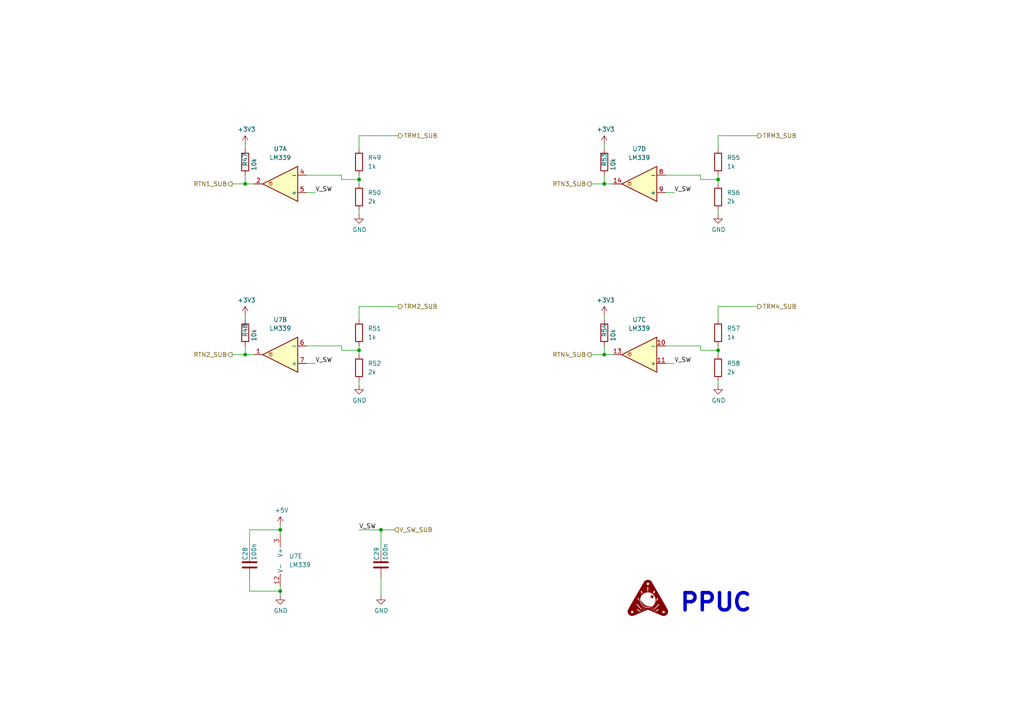
<source format=kicad_sch>
(kicad_sch (version 20211123) (generator eeschema)
  (paper "A4")
  (title_block (title "Opto_8") (date "2025-03-26") (rev "0.1.0"))
  (lib_symbols
    (symbol "Comparator:LM339" (pin_names (offset 0.127))
      (property "Reference" "U" (at 0 5.08 0))
      (property "Value" "LM339" (at 0 -5.08 0))
      (symbol "LM339_1_1"
        (polyline (pts (xy -5.08 5.08) (xy 5.08 0) (xy -5.08 -5.08) (xy -5.08 5.08)) (stroke (width 0.254)) (fill (type background)))
        (polyline (pts (xy 3.302 -0.508) (xy 2.794 -0.508) (xy 3.302 0) (xy 2.794 0.508) (xy 2.286 0) (xy 2.794 -0.508) (xy 2.286 -0.508)) (stroke (width 0.127)))
        (pin open_collector line (at 7.62 0 180) (length 2.54) (name "~") (number "2"))
        (pin input line (at -7.62 -2.54 0) (length 2.54) (name "-") (number "4"))
        (pin input line (at -7.62 2.54 0) (length 2.54) (name "+") (number "5"))
      )
      (symbol "LM339_2_1"
        (polyline (pts (xy -5.08 5.08) (xy 5.08 0) (xy -5.08 -5.08) (xy -5.08 5.08)) (stroke (width 0.254)) (fill (type background)))
        (polyline (pts (xy 3.302 -0.508) (xy 2.794 -0.508) (xy 3.302 0) (xy 2.794 0.508) (xy 2.286 0) (xy 2.794 -0.508) (xy 2.286 -0.508)) (stroke (width 0.127)))
        (pin open_collector line (at 7.62 0 180) (length 2.54) (name "~") (number "1"))
        (pin input line (at -7.62 -2.54 0) (length 2.54) (name "-") (number "6"))
        (pin input line (at -7.62 2.54 0) (length 2.54) (name "+") (number "7"))
      )
      (symbol "LM339_3_1"
        (polyline (pts (xy -5.08 5.08) (xy 5.08 0) (xy -5.08 -5.08) (xy -5.08 5.08)) (stroke (width 0.254)) (fill (type background)))
        (polyline (pts (xy 3.302 -0.508) (xy 2.794 -0.508) (xy 3.302 0) (xy 2.794 0.508) (xy 2.286 0) (xy 2.794 -0.508) (xy 2.286 -0.508)) (stroke (width 0.127)))
        (pin input line (at -7.62 -2.54 0) (length 2.54) (name "-") (number "10"))
        (pin input line (at -7.62 2.54 0) (length 2.54) (name "+") (number "11"))
        (pin open_collector line (at 7.62 0 180) (length 2.54) (name "~") (number "13"))
      )
      (symbol "LM339_4_1"
        (polyline (pts (xy -5.08 5.08) (xy 5.08 0) (xy -5.08 -5.08) (xy -5.08 5.08)) (stroke (width 0.254)) (fill (type background)))
        (polyline (pts (xy 3.302 -0.508) (xy 2.794 -0.508) (xy 3.302 0) (xy 2.794 0.508) (xy 2.286 0) (xy 2.794 -0.508) (xy 2.286 -0.508)) (stroke (width 0.127)))
        (pin open_collector line (at 7.62 0 180) (length 2.54) (name "~") (number "14"))
        (pin input line (at -7.62 -2.54 0) (length 2.54) (name "-") (number "8"))
        (pin input line (at -7.62 2.54 0) (length 2.54) (name "+") (number "9"))
      )
      (symbol "LM339_5_1"
        (pin power_in line (at -2.54 -7.62 90) (length 3.81) (name "V-") (number "12"))
        (pin power_in line (at -2.54 7.62 270) (length 3.81) (name "V+") (number "3"))
      )
    )
    (symbol "Device:C" (pin_numbers hide) (pin_names (offset 0.254))
      (property "Reference" "C" (at 0.635 2.54 0))
      (property "Value" "C" (at 0.635 -2.54 0))
      (symbol "C_0_1"
        (polyline (pts (xy -2.032 -0.762) (xy 2.032 -0.762)) (stroke (width 0.508)))
        (polyline (pts (xy -2.032 0.762) (xy 2.032 0.762)) (stroke (width 0.508)))
      )
      (symbol "C_1_1"
        (pin passive line (at 0 3.81 270) (length 2.794) (name "~") (number "1"))
        (pin passive line (at 0 -3.81 90) (length 2.794) (name "~") (number "2"))
      )
    )
    (symbol "Device:R" (pin_numbers hide) (pin_names (offset 0))
      (property "Reference" "R" (at 2.032 0 90))
      (property "Value" "R" (at 0 0 90))
      (symbol "R_0_1"
        (rectangle (start -1.016 -2.54) (end 1.016 2.54) (stroke (width 0.254)))
      )
      (symbol "R_1_1"
        (pin passive line (at 0 3.81 270) (length 1.27) (name "~") (number "1"))
        (pin passive line (at 0 -3.81 90) (length 1.27) (name "~") (number "2"))
      )
    )
    (symbol "PPUC_LOGO_LIB:LOGO" (pin_names (offset 1.016))
      (symbol "LOGO_0_0"
        (polyline (pts (xy 1.3461 0.5723) (xy 1.401 0.7319) (xy 1.5604 0.9187) (xy 1.7415 1.0689) (xy 1.5906 1.0703) (xy 1.4626 1.0839) (xy 1.2757 1.1732) (xy 1.1226 1.3565) (xy 1.0185 1.5273) (xy 1.0183 1.3201) (xy 1.0052 1.1853) (xy 0.9467 1.0647) (xy 0.8201 0.9316) (xy 0.6221 0.7503) (xy 0.8008 0.7503) (xy 0.8737 0.7451) (xy 1.0075 0.6918) (xy 1.1462 0.5632) (xy 1.3128 0.3761) (xy 1.3461 0.5723)) (stroke (width 0.01)) (fill (type outline)))
        (polyline (pts (xy 0.1988 -2.0744) (xy 0.5626 -2.0132) (xy 0.8306 -1.9387) (xy 0.5626 -1.9329) (xy 0.4034 -1.9255) (xy -0.1437 -1.8346) (xy -0.6511 -1.6461) (xy -1.1124 -1.3635) (xy -1.5212 -0.9906) (xy -1.8709 -0.5311) (xy -1.984 -0.3573) (xy -2.0545 -0.2659) (xy -2.0804 -0.2689) (xy -2.0663 -0.3675) (xy -2.0172 -0.5626) (xy -1.9531 -0.7694) (xy -1.7523 -1.1905) (xy -1.478 -1.5343) (xy -1.1315 -1.7993) (xy -0.7139 -1.9844) (xy -0.5869 -2.0195) (xy -0.2016 -2.0761) (xy 0.1988 -2.0744)) (stroke (width 0.01)) (fill (type outline)))
        (polyline (pts (xy -4.5517 -4.6263) (xy -4.4448 -4.6087) (xy -4.3144 -4.5748) (xy -4.1524 -4.5216) (xy -3.9504 -4.4461) (xy -3.7002 -4.3452) (xy -3.3934 -4.216) (xy -3.0218 -4.0554) (xy -2.5771 -3.8605) (xy -2.0509 -3.6282) (xy -1.435 -3.3556) (xy -1.2826 -3.2884) (xy -0.8872 -3.1181) (xy -0.5757 -2.9915) (xy -0.3394 -2.9052) (xy -0.1694 -2.8558) (xy -0.0568 -2.84) (xy -0.0245 -2.8416) (xy 0.131 -2.8733) (xy 0.3579 -2.9476) (xy 0.3988 -2.9636) (xy 0.839 -2.9636) (xy 0.8472 -2.8886) (xy 0.9027 -2.7535) (xy 0.9916 -2.5822) (xy 1.0998 -2.3987) (xy 1.2134 -2.2268) (xy 1.3183 -2.0905) (xy 1.4005 -2.0137) (xy 1.4168 -2.0042) (xy 1.5142 -1.9565) (xy 1.554 -1.9532) (xy 1.5352 -1.9949) (xy 1.471 -2.1124) (xy 1.372 -2.2847) (xy 1.2494 -2.4921) (xy 1.1911 -2.5891) (xy 1.067 -2.7902) (xy 0.9809 -2.9159) (xy 0.922 -2.9787) (xy 0.8793 -2.9916) (xy 0.8417 -2.9673) (xy 0.839 -2.9636) (xy 0.3988 -2.9636) (xy 0.6639 -3.0673) (xy 0.7882 -3.1204) (xy 1.3552 -3.1204) (xy 1.3684 -3.0819) (xy 1.4092 -3.0182) (xy 1.4848 -2.9199) (xy 1.6022 -2.7776) (xy 1.7681 -2.5821) (xy 1.9898 -2.3238) (xy 2.2741 -1.9934) (xy 2.3543 -1.9006) (xy 2.5716 -1.6532) (xy 2.7639 -1.4401) (xy 2.9202 -1.2731) (xy 3.0295 -1.1642) (xy 3.0806 -1.1253) (xy 3.1358 -1.1406) (xy 3.2268 -1.2163) (xy 3.2683 -1.3101) (xy 3.2514 -1.3383) (xy 3.1703 -1.4365) (xy 3.0314 -1.5923) (xy 2.845 -1.7944) (xy 2.6213 -2.0315) (xy 2.3707 -2.2924) (xy 2.351 -2.3128) (xy 2.0542 -2.6162) (xy 1.8219 -2.8468) (xy 1.6473 -3.011) (xy 1.5231 -3.1152) (xy 1.4426 -3.1656) (xy 1.3986 -3.1685) (xy 1.3841 -3.1593) (xy 1.3628 -3.1431) (xy 1.3552 -3.1204) (xy 0.7882 -3.1204) (xy 1.0567 -3.2351) (xy 1.0705 -3.2411) (xy 1.3795 -3.3769) (xy 1.9566 -3.3769) (xy 1.9884 -3.3276) (xy 2.094 -3.2343) (xy 2.2572 -3.1101) (xy 2.4618 -2.9683) (xy 2.6777 -2.8269) (xy 2.8466 -2.7247) (xy 2.9592 -2.6709) (xy 3.0317 -2.658) (xy 3.0801 -2.6784) (xy 3.1461 -2.75) (xy 3.1608 -2.8368) (xy 3.096 -2.9317) (xy 2.9448 -3.0443) (xy 2.7 -3.184) (xy 2.4032 -3.33) (xy 2.1841 -3.41) (xy 2.1049 -3.4183) (xy 4.0884 -3.4183) (xy 4.1623 -3.2625) (xy 4.3036 -3.1508) (xy 4.5012 -3.108) (xy 4.5793 -3.1144) (xy 4.7536 -3.1871) (xy 4.8688 -3.3198) (xy 4.9151 -3.4866) (xy 4.8831 -3.6614) (xy 4.7631 -3.818) (xy 4.7494 -3.8288) (xy 4.5699 -3.9046) (xy 4.377 -3.8877) (xy 4.2041 -3.7802) (xy 4.187 -3.7622) (xy 4.093 -3.5932) (xy 4.0884 -3.4183) (xy 2.1049 -3.4183) (xy 2.0372 -3.4254) (xy 1.9569 -3.3776) (xy 1.9566 -3.3769) (xy 1.3795 -3.3769) (xy 1.4118 -3.3911) (xy 1.8166 -3.5689) (xy 2.2518 -3.7602) (xy 2.6843 -3.9502) (xy 3.0812 -4.1246) (xy 3.4438 -4.2828) (xy 3.7384 -4.4075) (xy 3.9656 -4.4978) (xy 4.1405 -4.5588) (xy 4.2783 -4.5958) (xy 4.3943 -4.6142) (xy 4.5035 -4.6191) (xy 4.5541 -4.6183) (xy 4.9176 -4.5572) (xy 5.2324 -4.407) (xy 5.4866 -4.1778) (xy 5.6688 -3.8797) (xy 5.767 -3.5229) (xy 5.7717 -3.4883) (xy 5.7812 -3.4013) (xy 5.7831 -3.317) (xy 5.7737 -3.2275) (xy 5.7489 -3.1248) (xy 5.7051 -3.001) (xy 5.6384 -2.848) (xy 5.5448 -2.658) (xy 5.4206 -2.4231) (xy 5.2619 -2.1351) (xy 5.0648 -1.7863) (xy 4.8256 -1.3685) (xy 4.5403 -0.874) (xy 4.2052 -0.2947) (xy 3.8596 0.3026) (xy 3.2999 1.2707) (xy 2.6957 2.3167) (xy 2.0442 3.4454) (xy 1.3424 4.6621) (xy 1.3358 4.6735) (xy 1.1639 4.9694) (xy 1.0314 5.1879) (xy 0.9254 5.3445) (xy 0.8331 5.4546) (xy 0.7415 5.5337) (xy 0.6378 5.5972) (xy 0.509 5.6605) (xy 0.4416 5.69) (xy 0.084 5.7811) (xy -0.2769 5.7684) (xy -0.6253 5.6522) (xy -0.7345 5.5939) (xy -0.885 5.5) (xy -0.9779 5.4245) (xy -0.9942 5.4027) (xy -1.0647 5.2936) (xy -1.1755 5.1127) (xy -1.3175 4.8747) (xy -1.4638 4.6255) (xy -0.4632 4.6255) (xy -0.4306 4.8182) (xy -0.3984 4.8816) (xy -0.2632 5.0164) (xy -0.0889 5.0695) (xy 0.0977 5.0371) (xy 0.2697 4.9157) (xy 0.3554 4.7754) (xy 0.3676 4.5978) (xy 0.2886 4.4299) (xy 0.1241 4.2957) (xy 0.0455 4.2633) (xy -0.1365 4.2539) (xy -0.2956 4.324) (xy -0.4114 4.4543) (xy -0.4632 4.6255) (xy -1.4638 4.6255) (xy -1.4819 4.5946) (xy -1.66 4.287) (xy -1.7166 4.1885) (xy -1.9049 3.8615) (xy -2.0851 3.5488) (xy -2.1688 3.404) (xy -0.2283 3.404) (xy -0.2262 3.5927) (xy -0.2144 3.7126) (xy -0.1911 3.7823) (xy -0.1547 3.82) (xy -0.0974 3.8437) (xy 0.0195 3.8417) (xy 0.061 3.8097) (xy 0.0892 3.7328) (xy 0.1031 3.5914) (xy 0.1067 3.3643) (xy 0.1066 3.3405) (xy 0.1012 3.0848) (xy 0.089 2.834) (xy 0.0724 2.6392) (xy 0.0716 2.6321) (xy 0.043 2.4646) (xy 0.0034 2.3807) (xy -0.0579 2.3578) (xy -0.1111 2.3636) (xy -0.1783 2.398) (xy -0.1789 2.3992) (xy -0.1896 2.4712) (xy -0.2012 2.627) (xy -0.2123 2.8444) (xy -0.2216 3.1014) (xy -0.2224 3.1282) (xy -0.2283 3.404) (xy -2.1688 3.404) (xy -2.2461 3.2702) (xy -2.3763 3.0453) (xy -2.4646 2.8937) (xy -2.5328 2.7766) (xy -2.6595 2.5584) (xy -2.6793 2.5242) (xy -2.1341 2.5242) (xy -2.1155 2.5845) (xy -2.0247 2.675) (xy -1.8982 2.6952) (xy -1.7757 2.633) (xy -1.7537 2.6068) (xy -1.6879 2.4618) (xy -1.6458 2.267) (xy -1.6309 2.0599) (xy -1.6466 1.8782) (xy -1.6962 1.7594) (xy -1.7615 1.6966) (xy -1.8218 1.6612) (xy -1.8419 1.6763) (xy -1.8946 1.7681) (xy -1.9597 1.9182) (xy -2.0266 2.0977) (xy -2.0849 2.2778) (xy -2.1243 2.4296) (xy -2.1341 2.5242) (xy -2.6793 2.5242) (xy -2.8158 2.2886) (xy -2.9879 1.9906) (xy -3.1625 1.688) (xy -3.2951 1.458) (xy -3.469 1.1568) (xy -3.63 0.8782) (xy -3.7647 0.6455) (xy -3.8595 0.4823) (xy -3.8914 0.4274) (xy -3.0678 0.4274) (xy -3.0484 0.5433) (xy -2.9776 0.6215) (xy -2.8768 0.6275) (xy -2.7998 0.5648) (xy -2.7033 0.4155) (xy -2.6127 0.2108) (xy -2.5894 0.1365) (xy -2.3239 0.1365) (xy -2.2472 0.5701) (xy -2.0885 0.9814) (xy -1.8498 1.3566) (xy -1.5332 1.6819) (xy -1.1407 1.9435) (xy -0.9119 2.0507) (xy -0.4377 2.1933) (xy 0.0354 2.2296) (xy 0.504 2.1594) (xy 0.8654 2.0208) (xy 1.5087 2.0208) (xy 1.525 2.2218) (xy 1.567 2.4548) (xy 1.6445 2.6272) (xy 1.7518 2.7009) (xy 1.8868 2.6733) (xy 1.9403 2.6399) (xy 1.9991 2.568) (xy 2.0109 2.4625) (xy 1.976 2.3022) (xy 1.8947 2.0662) (xy 1.8728 2.0084) (xy 1.8012 1.8315) (xy 1.7436 1.7078) (xy 1.7109 1.6612) (xy 1.6648 1.6879) (xy 1.5826 1.7664) (xy 1.55 1.8078) (xy 1.5157 1.8934) (xy 1.5087 2.0208) (xy 0.8654 2.0208) (xy 0.9647 1.9827) (xy 1.1079 1.903) (xy 1.4698 1.6273) (xy 1.772 1.2848) (xy 2.0056 0.8931) (xy 2.1613 0.4697) (xy 2.2302 0.0322) (xy 2.203 -0.4019) (xy 2.1714 -0.5408) (xy 2.1461 -0.6155) (xy 2.3578 -0.6155) (xy 2.3583 -0.2943) (xy 2.3682 -0.0984) (xy 2.4156 0.0962) (xy 2.5179 0.3043) (xy 2.5922 0.4276) (xy 2.6782 0.5541) (xy 2.7341 0.617) (xy 2.7414 0.6209) (xy 2.8273 0.6122) (xy 2.9101 0.5431) (xy 2.9472 0.4477) (xy 2.9318 0.398) (xy 2.8706 0.2689) (xy 2.7736 0.0883) (xy 2.6525 -0.1215) (xy 2.3578 -0.6155) (xy 2.1461 -0.6155) (xy 2.064 -0.8575) (xy 1.9161 -1.1751) (xy 1.7457 -1.4578) (xy 1.5706 -1.6698) (xy 1.3652 -1.8396) (xy 1.0298 -2.0466) (xy 0.6676 -2.2076) (xy 0.3215 -2.3008) (xy 0.1712 -2.3246) (xy 0.0123 -2.3442) (xy -0.1182 -2.3464) (xy -0.2648 -2.331) (xy -0.4724 -2.2979) (xy -0.4834 -2.296) (xy -0.9009 -2.1729) (xy -1.3021 -1.9569) (xy -1.6617 -1.6616) (xy -1.7713 -1.5443) (xy -2.0424 -1.1598) (xy -2.2235 -0.7423) (xy -2.3167 -0.3056) (xy -2.3239 0.1365) (xy -2.5894 0.1365) (xy -2.5398 -0.0217) (xy -2.4965 -0.2545) (xy -2.4816 -0.4145) (xy -2.4756 -0.541) (xy -2.4815 -0.5894) (xy -2.5017 -0.5657) (xy -2.5654 -0.4691) (xy -2.6582 -0.3191) (xy -2.7664 -0.1389) (xy -2.8762 0.0488) (xy -2.974 0.2208) (xy -3.046 0.3543) (xy -3.0678 0.4274) (xy -3.8914 0.4274) (xy -4.074 0.1136) (xy -4.3251 -0.3193) (xy -4.5746 -0.7508) (xy -4.8159 -1.1694) (xy -4.8786 -1.2784) (xy -3.3671 -1.2784) (xy -3.3327 -1.1892) (xy -3.2323 -1.1521) (xy -3.1966 -1.1624) (xy -3.1101 -1.2232) (xy -2.9813 -1.3438) (xy -2.8042 -1.5303) (xy -2.5728 -1.7888) (xy -2.4208 -1.9643) (xy -1.6612 -1.9643) (xy -1.6594 -1.9591) (xy -1.608 -1.97) (xy -1.508 -2.0309) (xy -1.4986 -2.0381) (xy -1.4073 -2.1382) (xy -1.294 -2.297) (xy -1.1757 -2.4857) (xy -1.1695 -2.4968) (xy -0.7356 -2.4968) (xy -0.7314 -2.4282) (xy -0.7254 -2.4236) (xy -0.6547 -2.4286) (xy -0.5743 -2.4801) (xy -0.5359 -2.5467) (xy -0.5327 -2.5851) (xy -0.5292 -2.5989) (xy -0.1072 -2.5989) (xy -0.1012 -2.5619) (xy -0.0536 -2.5185) (xy -0.029 -2.5276) (xy 0 -2.5989) (xy -0.0061 -2.6359) (xy -0.0536 -2.6793) (xy -0.0783 -2.6702) (xy -0.1072 -2.5989) (xy -0.5292 -2.5989) (xy -0.5081 -2.6831) (xy 0.3751 -2.6831) (xy 0.3938 -2.606) (xy 0.4512 -2.5082) (xy 0.5205 -2.4385) (xy 0.5741 -2.4318) (xy 0.5748 -2.4325) (xy 0.5814 -2.4999) (xy 0.5635 -2.6219) (xy 0.5251 -2.7192) (xy 0.4602 -2.7803) (xy 0.4009 -2.7713) (xy 0.3751 -2.6831) (xy -0.5081 -2.6831) (xy -0.5034 -2.7017) (xy -0.4959 -2.7525) (xy -0.5517 -2.7865) (xy -0.5685 -2.7818) (xy -0.6326 -2.7165) (xy -0.6955 -2.6073) (xy -0.7356 -2.4968) (xy -1.1695 -2.4968) (xy -1.0699 -2.6753) (xy -0.9938 -2.8369) (xy -0.9646 -2.9417) (xy -0.969 -2.9815) (xy -1.0057 -2.9971) (xy -1.0815 -2.9245) (xy -1.199 -2.761) (xy -1.3606 -2.5038) (xy -1.4599 -2.3373) (xy -1.5641 -2.1562) (xy -1.635 -2.025) (xy -1.6612 -1.9643) (xy -2.4208 -1.9643) (xy -2.2811 -2.1255) (xy -2.1217 -2.3119) (xy -1.9044 -2.5679) (xy -1.7186 -2.7886) (xy -1.574 -2.9626) (xy -1.4803 -3.0784) (xy -1.4469 -3.1245) (xy -1.454 -3.1382) (xy -1.52 -3.1781) (xy -1.5278 -3.1783) (xy -1.6047 -3.1327) (xy -1.7462 -3.0164) (xy -1.9453 -2.8356) (xy -2.1952 -2.5966) (xy -2.489 -2.3054) (xy -2.6581 -2.1348) (xy -2.9131 -1.8736) (xy -3.1029 -1.672) (xy -3.2353 -1.521) (xy -3.3182 -1.4112) (xy -3.3595 -1.3334) (xy -3.3671 -1.2784) (xy -4.8786 -1.2784) (xy -5.0426 -1.5637) (xy -5.2481 -1.9224) (xy -5.4258 -2.2341) (xy -5.5692 -2.4873) (xy -5.6719 -2.6707) (xy -5.7271 -2.7729) (xy -5.7627 -2.8709) (xy -3.2801 -2.8709) (xy -3.2782 -2.7698) (xy -3.2311 -2.6705) (xy -3.1611 -2.6257) (xy -3.1607 -2.6257) (xy -3.0971 -2.6543) (xy -2.9637 -2.7303) (xy -2.7798 -2.8423) (xy -2.5647 -2.9788) (xy -2.4856 -3.0303) (xy -2.2723 -3.1753) (xy -2.1417 -3.2771) (xy -2.0852 -3.3429) (xy -2.0946 -3.3799) (xy -2.1486 -3.4044) (xy -2.2775 -3.4271) (xy -2.3431 -3.4116) (xy -2.4883 -3.3518) (xy -2.6743 -3.2611) (xy -2.8733 -3.1545) (xy -3.0577 -3.0469) (xy -3.1998 -2.9533) (xy -3.2718 -2.8888) (xy -3.2801 -2.8709) (xy -5.7627 -2.8709) (xy -5.8531 -3.1193) (xy -5.8778 -3.4709) (xy -5.8635 -3.5309) (xy -5.022 -3.5309) (xy -5.0037 -3.3668) (xy -4.9098 -3.2345) (xy -4.7661 -3.1451) (xy -4.5983 -3.1099) (xy -4.432 -3.1399) (xy -4.293 -3.2464) (xy -4.1967 -3.4285) (xy -4.2009 -3.61) (xy -4.3113 -3.7802) (xy -4.4173 -3.8602) (xy -4.5991 -3.9092) (xy -4.7763 -3.8703) (xy -4.9237 -3.7513) (xy -5.016 -3.5602) (xy -5.022 -3.5309) (xy -5.8635 -3.5309) (xy -5.7969 -3.8115) (xy -5.611 -4.1347) (xy -5.4411 -4.3242) (xy -5.1815 -4.5027) (xy -4.8682 -4.6016) (xy -4.8152 -4.6112) (xy -4.7286 -4.6245) (xy -4.6436 -4.6306) (xy -4.5517 -4.6263)) (stroke (width 0.01)) (fill (type outline)))
      )
    )
    (symbol "power:+3V3" (power) (pin_names (offset 0))
      (property "Value" "+3V3" (at 0 3.556 0))
      (symbol "+3V3_0_1"
        (polyline (pts (xy -0.762 1.27) (xy 0 2.54)))
        (polyline (pts (xy 0 0) (xy 0 2.54)))
        (polyline (pts (xy 0 2.54) (xy 0.762 1.27)))
      )
      (symbol "+3V3_1_1"
        (pin power_in line (at 0 0 90) (length 0) hide (name "+3V3") (number "1"))
      )
    )
    (symbol "power:+5V" (power) (pin_names (offset 0))
      (property "Value" "+5V" (at 0 3.556 0))
      (symbol "+5V_0_1"
        (polyline (pts (xy -0.762 1.27) (xy 0 2.54)))
        (polyline (pts (xy 0 0) (xy 0 2.54)))
        (polyline (pts (xy 0 2.54) (xy 0.762 1.27)))
      )
      (symbol "+5V_1_1"
        (pin power_in line (at 0 0 90) (length 0) hide (name "+5V") (number "1"))
      )
    )
    (symbol "power:GND" (power) (pin_names (offset 0))
      (property "Value" "GND" (at 0 -3.81 0))
      (symbol "GND_0_1"
        (polyline (pts (xy 0 0) (xy 0 -1.27) (xy 1.27 -1.27) (xy 0 -2.54) (xy -1.27 -1.27) (xy 0 -1.27)))
      )
      (symbol "GND_1_1"
        (pin power_in line (at 0 0 270) (length 0) hide (name "GND") (number "1"))
      )
    )
  )
  (junction (at 175.26 102.87))
  (junction (at 71.12 102.87))
  (junction (at 81.28 171.45))
  (junction (at 208.28 52.07))
  (junction (at 175.26 53.34))
  (junction (at 71.12 53.34))
  (junction (at 208.28 101.6))
  (junction (at 110.49 153.67))
  (junction (at 81.28 153.67))
  (junction (at 104.14 52.07))
  (junction (at 104.14 101.6))
  (wire (pts (xy 104.14 62.23) (xy 104.14 60.96)))
  (wire (pts (xy 67.31 102.87) (xy 71.12 102.87)))
  (wire (pts (xy 193.04 100.33) (xy 203.2 100.33)))
  (wire (pts (xy 203.2 100.33) (xy 203.2 101.6)))
  (wire (pts (xy 175.26 91.44) (xy 175.26 92.71)))
  (wire (pts (xy 72.39 160.02) (xy 72.39 153.67)))
  (wire (pts (xy 175.26 100.33) (xy 175.26 102.87)))
  (wire (pts (xy 110.49 167.64) (xy 110.49 172.72)))
  (wire (pts (xy 104.14 88.9) (xy 115.57 88.9)))
  (wire (pts (xy 99.06 101.6) (xy 104.14 101.6)))
  (wire (pts (xy 203.2 50.8) (xy 203.2 52.07)))
  (wire (pts (xy 208.28 39.37) (xy 219.71 39.37)))
  (wire (pts (xy 81.28 170.18) (xy 81.28 171.45)))
  (wire (pts (xy 208.28 111.76) (xy 208.28 110.49)))
  (wire (pts (xy 175.26 41.91) (xy 175.26 43.18)))
  (wire (pts (xy 208.28 62.23) (xy 208.28 60.96)))
  (wire (pts (xy 71.12 91.44) (xy 71.12 92.71)))
  (wire (pts (xy 104.14 100.33) (xy 104.14 101.6)))
  (wire (pts (xy 81.28 152.4) (xy 81.28 153.67)))
  (wire (pts (xy 99.06 52.07) (xy 104.14 52.07)))
  (wire (pts (xy 110.49 153.67) (xy 110.49 160.02)))
  (wire (pts (xy 72.39 167.64) (xy 72.39 171.45)))
  (wire (pts (xy 99.06 100.33) (xy 99.06 101.6)))
  (wire (pts (xy 195.58 55.88) (xy 193.04 55.88)))
  (wire (pts (xy 104.14 111.76) (xy 104.14 110.49)))
  (wire (pts (xy 208.28 50.8) (xy 208.28 52.07)))
  (wire (pts (xy 99.06 50.8) (xy 99.06 52.07)))
  (wire (pts (xy 72.39 153.67) (xy 81.28 153.67)))
  (wire (pts (xy 104.14 39.37) (xy 115.57 39.37)))
  (wire (pts (xy 67.31 53.34) (xy 71.12 53.34)))
  (wire (pts (xy 110.49 153.67) (xy 114.3 153.67)))
  (wire (pts (xy 171.45 102.87) (xy 175.26 102.87)))
  (wire (pts (xy 193.04 50.8) (xy 203.2 50.8)))
  (wire (pts (xy 88.9 100.33) (xy 99.06 100.33)))
  (wire (pts (xy 91.44 105.41) (xy 88.9 105.41)))
  (wire (pts (xy 208.28 39.37) (xy 208.28 43.18)))
  (wire (pts (xy 88.9 50.8) (xy 99.06 50.8)))
  (wire (pts (xy 71.12 102.87) (xy 73.66 102.87)))
  (wire (pts (xy 104.14 50.8) (xy 104.14 52.07)))
  (wire (pts (xy 91.44 55.88) (xy 88.9 55.88)))
  (wire (pts (xy 71.12 50.8) (xy 71.12 53.34)))
  (wire (pts (xy 175.26 53.34) (xy 177.8 53.34)))
  (wire (pts (xy 208.28 88.9) (xy 219.71 88.9)))
  (wire (pts (xy 104.14 88.9) (xy 104.14 92.71)))
  (wire (pts (xy 208.28 100.33) (xy 208.28 101.6)))
  (wire (pts (xy 208.28 101.6) (xy 208.28 102.87)))
  (wire (pts (xy 203.2 52.07) (xy 208.28 52.07)))
  (wire (pts (xy 175.26 50.8) (xy 175.26 53.34)))
  (wire (pts (xy 104.14 101.6) (xy 104.14 102.87)))
  (wire (pts (xy 104.14 153.67) (xy 110.49 153.67)))
  (wire (pts (xy 175.26 102.87) (xy 177.8 102.87)))
  (wire (pts (xy 203.2 101.6) (xy 208.28 101.6)))
  (wire (pts (xy 195.58 105.41) (xy 193.04 105.41)))
  (wire (pts (xy 71.12 53.34) (xy 73.66 53.34)))
  (wire (pts (xy 171.45 53.34) (xy 175.26 53.34)))
  (wire (pts (xy 81.28 171.45) (xy 81.28 172.72)))
  (wire (pts (xy 104.14 52.07) (xy 104.14 53.34)))
  (wire (pts (xy 71.12 41.91) (xy 71.12 43.18)))
  (wire (pts (xy 208.28 52.07) (xy 208.28 53.34)))
  (wire (pts (xy 81.28 153.67) (xy 81.28 154.94)))
  (wire (pts (xy 208.28 88.9) (xy 208.28 92.71)))
  (wire (pts (xy 72.39 171.45) (xy 81.28 171.45)))
  (wire (pts (xy 104.14 39.37) (xy 104.14 43.18)))
  (wire (pts (xy 71.12 100.33) (xy 71.12 102.87)))
  (text "PPUC" (at 196.85 177.8 0) (effects (font (size 5 5) bold) (justify left bottom)))
  (label "V_SW" (at 104.14 153.67 0))
  (label "V_SW" (at 195.58 55.88 0))
  (label "V_SW" (at 91.44 105.41 0))
  (label "V_SW" (at 91.44 55.88 0))
  (label "V_SW" (at 195.58 105.41 0))
  (hierarchical_label "RTN1_SUB" (shape output) (at 67.31 53.34 180))
  (hierarchical_label "RTN2_SUB" (shape output) (at 67.31 102.87 180))
  (hierarchical_label "RTN4_SUB" (shape output) (at 171.45 102.87 180))
  (hierarchical_label "V_SW_SUB" (shape input) (at 114.3 153.67 0))
  (hierarchical_label "RTN3_SUB" (shape output) (at 171.45 53.34 180))
  (hierarchical_label "TRM1_SUB" (shape output) (at 115.57 39.37 0))
  (hierarchical_label "TRM2_SUB" (shape output) (at 115.57 88.9 0))
  (hierarchical_label "TRM4_SUB" (shape output) (at 219.71 88.9 0))
  (hierarchical_label "TRM3_SUB" (shape output) (at 219.71 39.37 0))
  (symbol (lib_id "Device:R") (at 71.12 96.52 0) (unit 1)
    (property "Reference" "R48" (at 71.12 97.79 90) (effects (justify left)))
    (property "Value" "10k" (at 73.66 99.06 90) (effects (justify left)))
    (property "Footprint" "Resistor_SMD:R_0603_1608Metric" (effects hide))
  )
  (symbol (lib_id "Comparator:LM339") (at 185.42 53.34 180) (unit 4)
    (property "Reference" "U7" (at 185.42 43.18 0))
    (property "Value" "LM339" (at 185.42 45.72 0))
    (property "Footprint" "Package_SO:SOIC-14_3.9x8.7mm_P1.27mm" (effects hide))
    (property "Datasheet" "https://www.st.com/resource/en/datasheet/lm139.pdf" (effects hide))
  )
  (symbol (lib_id "power:GND") (at 104.14 62.23 0) (unit 1)
    (property "Reference" "#PWR084" (effects hide))
    (property "Value" "GND" (at 104.267 66.6242 0))
  )
  (symbol (lib_id "Comparator:LM339") (at 185.42 102.87 180) (unit 3)
    (property "Reference" "U7" (at 185.42 92.71 0))
    (property "Value" "LM339" (at 185.42 95.25 0))
    (property "Footprint" "Package_SO:SOIC-14_3.9x8.7mm_P1.27mm" (effects hide))
    (property "Datasheet" "https://www.st.com/resource/en/datasheet/lm139.pdf" (effects hide))
  )
  (symbol (lib_id "power:GND") (at 81.28 172.72 0) (unit 1)
    (property "Reference" "#PWR083" (effects hide))
    (property "Value" "GND" (at 81.407 177.1142 0))
  )
  (symbol (lib_id "Device:C") (at 110.49 163.83 0) (unit 1)
    (property "Reference" "C29" (at 109.22 162.56 90) (effects (justify left)))
    (property "Value" "100n" (at 111.76 162.56 90) (effects (justify left)))
    (property "Footprint" "Capacitor_SMD:C_0402_1005Metric" (effects hide))
  )
  (symbol (lib_id "power:+3V3") (at 71.12 91.44 0) (unit 1)
    (property "Reference" "#PWR081" (effects hide))
    (property "Value" "+3V3" (at 71.501 87.0458 0))
  )
  (symbol (lib_id "power:GND") (at 208.28 62.23 0) (unit 1)
    (property "Reference" "#PWR089" (effects hide))
    (property "Value" "GND" (at 208.407 66.6242 0))
  )
  (symbol (lib_id "Device:C") (at 72.39 163.83 0) (unit 1)
    (property "Reference" "C28" (at 71.12 162.56 90) (effects (justify left)))
    (property "Value" "100n" (at 73.66 162.56 90) (effects (justify left)))
    (property "Footprint" "Capacitor_SMD:C_0402_1005Metric" (effects hide))
  )
  (symbol (lib_id "Comparator:LM339") (at 81.28 53.34 180) (unit 1)
    (property "Reference" "U7" (at 81.28 43.18 0))
    (property "Value" "LM339" (at 81.28 45.72 0))
    (property "Footprint" "Package_SO:SOIC-14_3.9x8.7mm_P1.27mm" (effects hide))
    (property "Datasheet" "https://www.st.com/resource/en/datasheet/lm139.pdf" (effects hide))
  )
  (symbol (lib_id "Device:R") (at 104.14 46.99 0) (unit 1)
    (property "Reference" "R49" (at 106.68 45.7199 0) (effects (justify left)))
    (property "Value" "1k" (at 106.68 48.2599 0) (effects (justify left)))
    (property "Footprint" "Resistor_SMD:R_0603_1608Metric" (effects hide))
  )
  (symbol (lib_id "PPUC_LOGO_LIB:LOGO") (at 187.96 173.99 0) (unit 1)
    (property "Reference" "#G4" (effects hide))
    (property "Value" "LOGO" (effects hide))
  )
  (symbol (lib_id "power:+3V3") (at 71.12 41.91 0) (unit 1)
    (property "Reference" "#PWR080" (effects hide))
    (property "Value" "+3V3" (at 71.501 37.5158 0))
  )
  (symbol (lib_id "Device:R") (at 175.26 46.99 0) (unit 1)
    (property "Reference" "R53" (at 175.26 48.26 90) (effects (justify left)))
    (property "Value" "10k" (at 177.8 49.53 90) (effects (justify left)))
    (property "Footprint" "Resistor_SMD:R_0603_1608Metric" (effects hide))
  )
  (symbol (lib_id "Device:R") (at 208.28 106.68 0) (unit 1)
    (property "Reference" "R58" (at 210.82 105.4099 0) (effects (justify left)))
    (property "Value" "2k" (at 210.82 107.9499 0) (effects (justify left)))
    (property "Footprint" "Resistor_SMD:R_0603_1608Metric" (effects hide))
  )
  (symbol (lib_id "power:GND") (at 110.49 172.72 0) (unit 1)
    (property "Reference" "#PWR086" (effects hide))
    (property "Value" "GND" (at 110.617 177.1142 0))
  )
  (symbol (lib_id "power:+3V3") (at 175.26 91.44 0) (unit 1)
    (property "Reference" "#PWR088" (effects hide))
    (property "Value" "+3V3" (at 175.641 87.0458 0))
  )
  (symbol (lib_id "Device:R") (at 208.28 96.52 0) (unit 1)
    (property "Reference" "R57" (at 210.82 95.2499 0) (effects (justify left)))
    (property "Value" "1k" (at 210.82 97.7899 0) (effects (justify left)))
    (property "Footprint" "Resistor_SMD:R_0603_1608Metric" (effects hide))
  )
  (symbol (lib_id "Device:R") (at 208.28 57.15 0) (unit 1)
    (property "Reference" "R56" (at 210.82 55.8799 0) (effects (justify left)))
    (property "Value" "2k" (at 210.82 58.4199 0) (effects (justify left)))
    (property "Footprint" "Resistor_SMD:R_0603_1608Metric" (effects hide))
  )
  (symbol (lib_id "power:GND") (at 104.14 111.76 0) (unit 1)
    (property "Reference" "#PWR085" (effects hide))
    (property "Value" "GND" (at 104.267 116.1542 0))
  )
  (symbol (lib_id "Device:R") (at 71.12 46.99 0) (unit 1)
    (property "Reference" "R47" (at 71.12 48.26 90) (effects (justify left)))
    (property "Value" "10k" (at 73.66 49.53 90) (effects (justify left)))
    (property "Footprint" "Resistor_SMD:R_0603_1608Metric" (effects hide))
  )
  (symbol (lib_id "Device:R") (at 104.14 106.68 0) (unit 1)
    (property "Reference" "R52" (at 106.68 105.4099 0) (effects (justify left)))
    (property "Value" "2k" (at 106.68 107.9499 0) (effects (justify left)))
    (property "Footprint" "Resistor_SMD:R_0603_1608Metric" (effects hide))
  )
  (symbol (lib_id "Comparator:LM339") (at 81.28 102.87 180) (unit 2)
    (property "Reference" "U7" (at 81.28 92.71 0))
    (property "Value" "LM339" (at 81.28 95.25 0))
    (property "Footprint" "Package_SO:SOIC-14_3.9x8.7mm_P1.27mm" (effects hide))
    (property "Datasheet" "https://www.st.com/resource/en/datasheet/lm139.pdf" (effects hide))
  )
  (symbol (lib_id "power:+3V3") (at 175.26 41.91 0) (unit 1)
    (property "Reference" "#PWR087" (effects hide))
    (property "Value" "+3V3" (at 175.641 37.5158 0))
  )
  (symbol (lib_id "Device:R") (at 104.14 57.15 0) (unit 1)
    (property "Reference" "R50" (at 106.68 55.8799 0) (effects (justify left)))
    (property "Value" "2k" (at 106.68 58.4199 0) (effects (justify left)))
    (property "Footprint" "Resistor_SMD:R_0603_1608Metric" (effects hide))
  )
  (symbol (lib_id "Comparator:LM339") (at 83.82 162.56 0) (unit 5)
    (property "Reference" "U7" (at 83.82 161.2899 0) (effects (justify left)))
    (property "Value" "LM339" (at 83.82 163.8299 0) (effects (justify left)))
    (property "Footprint" "Package_SO:SOIC-14_3.9x8.7mm_P1.27mm" (effects hide))
    (property "Datasheet" "https://www.st.com/resource/en/datasheet/lm139.pdf" (effects hide))
  )
  (symbol (lib_id "Device:R") (at 104.14 96.52 0) (unit 1)
    (property "Reference" "R51" (at 106.68 95.2499 0) (effects (justify left)))
    (property "Value" "1k" (at 106.68 97.7899 0) (effects (justify left)))
    (property "Footprint" "Resistor_SMD:R_0603_1608Metric" (effects hide))
  )
  (symbol (lib_id "Device:R") (at 208.28 46.99 0) (unit 1)
    (property "Reference" "R55" (at 210.82 45.7199 0) (effects (justify left)))
    (property "Value" "1k" (at 210.82 48.2599 0) (effects (justify left)))
    (property "Footprint" "Resistor_SMD:R_0603_1608Metric" (effects hide))
  )
  (symbol (lib_id "Device:R") (at 175.26 96.52 0) (unit 1)
    (property "Reference" "R54" (at 175.26 97.79 90) (effects (justify left)))
    (property "Value" "10k" (at 177.8 99.06 90) (effects (justify left)))
    (property "Footprint" "Resistor_SMD:R_0603_1608Metric" (effects hide))
  )
  (symbol (lib_id "power:+5V") (at 81.28 152.4 0) (unit 1)
    (property "Reference" "#PWR082" (effects hide))
    (property "Value" "+5V" (at 81.661 148.0058 0))
  )
  (symbol (lib_id "power:GND") (at 208.28 111.76 0) (unit 1)
    (property "Reference" "#PWR090" (effects hide))
    (property "Value" "GND" (at 208.407 116.1542 0))
  )
)
</source>
